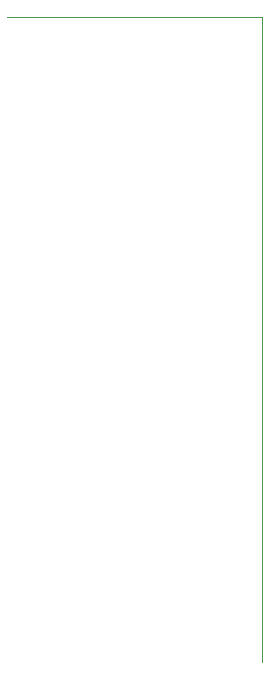
<source format=gbr>
%TF.GenerationSoftware,KiCad,Pcbnew,(5.1.6)-1*%
%TF.CreationDate,2021-09-19T15:07:36-05:00*%
%TF.ProjectId,lcd_connector,6c63645f-636f-46e6-9e65-63746f722e6b,rev?*%
%TF.SameCoordinates,Original*%
%TF.FileFunction,Profile,NP*%
%FSLAX46Y46*%
G04 Gerber Fmt 4.6, Leading zero omitted, Abs format (unit mm)*
G04 Created by KiCad (PCBNEW (5.1.6)-1) date 2021-09-19 15:07:36*
%MOMM*%
%LPD*%
G01*
G04 APERTURE LIST*
%TA.AperFunction,Profile*%
%ADD10C,0.050000*%
%TD*%
G04 APERTURE END LIST*
D10*
X21590000Y54610000D02*
X0Y54610000D01*
X21590000Y0D02*
X21590000Y54610000D01*
M02*

</source>
